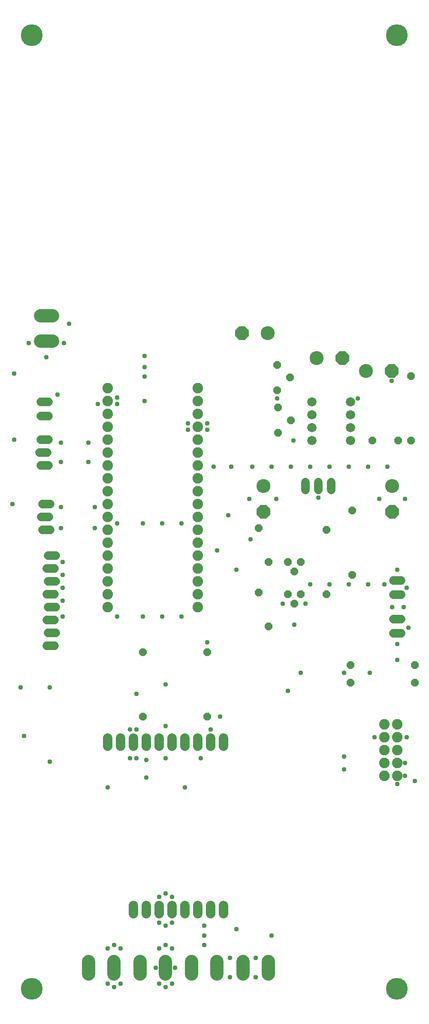
<source format=gbr>
G04 EAGLE Gerber RS-274X export*
G75*
%MOMM*%
%FSLAX34Y34*%
%LPD*%
%INSoldermask Top*%
%IPPOS*%
%AMOC8*
5,1,8,0,0,1.08239X$1,22.5*%
G01*
%ADD10C,2.603200*%
%ADD11C,2.082800*%
%ADD12C,1.851700*%
%ADD13C,1.727200*%
%ADD14C,2.743200*%
%ADD15P,2.969212X8X292.500000*%
%ADD16P,1.649562X8X202.500000*%
%ADD17P,1.649562X8X292.500000*%
%ADD18P,1.649562X8X112.500000*%
%ADD19P,1.649562X8X22.500000*%
%ADD20C,1.828800*%
%ADD21P,2.969212X8X22.500000*%
%ADD22P,2.969212X8X202.500000*%
%ADD23C,4.303200*%
%ADD24C,0.959600*%


D10*
X476650Y89600D02*
X476650Y113600D01*
X526650Y113600D02*
X526650Y89600D01*
X375050Y89600D02*
X375050Y113600D01*
X425050Y113600D02*
X425050Y89600D01*
D11*
X209550Y1244600D03*
X209550Y1219200D03*
X209550Y1193800D03*
X209550Y1168400D03*
X209550Y1143000D03*
X209550Y1117600D03*
X209550Y1092200D03*
X209550Y1066800D03*
X209550Y1041400D03*
X209550Y1016000D03*
X209550Y990600D03*
X209550Y965200D03*
X387350Y965200D03*
X387350Y990600D03*
X387350Y1016000D03*
X387350Y1041400D03*
X387350Y1066800D03*
X387350Y1092200D03*
X387350Y1117600D03*
X387350Y1143000D03*
X387350Y1168400D03*
X387350Y1193800D03*
X387350Y1219200D03*
X387350Y1244600D03*
X209550Y939800D03*
X209550Y914400D03*
X209550Y889000D03*
X209550Y863600D03*
X209550Y838200D03*
X209550Y812800D03*
X387350Y812800D03*
X387350Y838200D03*
X387350Y863600D03*
X387350Y889000D03*
X387350Y914400D03*
X387350Y939800D03*
D12*
X438150Y554343D02*
X438150Y537858D01*
X412750Y537858D02*
X412750Y554343D01*
X387350Y554343D02*
X387350Y537858D01*
X361950Y537858D02*
X361950Y554343D01*
X336550Y554343D02*
X336550Y537858D01*
X311150Y537858D02*
X311150Y554343D01*
X285750Y554343D02*
X285750Y537858D01*
X260350Y537858D02*
X260350Y554343D01*
X234950Y554343D02*
X234950Y537858D01*
X209550Y537858D02*
X209550Y554343D01*
X260350Y224143D02*
X260350Y207658D01*
X285750Y207658D02*
X285750Y224143D01*
X311150Y224143D02*
X311150Y207658D01*
X336550Y207658D02*
X336550Y224143D01*
X361950Y224143D02*
X361950Y207658D01*
X387350Y207658D02*
X387350Y224143D01*
X412750Y224143D02*
X412750Y207658D01*
X438150Y207658D02*
X438150Y224143D01*
D10*
X273450Y113600D02*
X273450Y89600D01*
X323450Y89600D02*
X323450Y113600D01*
X171850Y113600D02*
X171850Y89600D01*
X221850Y89600D02*
X221850Y113600D01*
X100900Y1387075D02*
X76900Y1387075D01*
X76900Y1337075D02*
X100900Y1337075D01*
D13*
X773430Y836930D02*
X788670Y836930D01*
X788670Y864870D02*
X773430Y864870D01*
X773430Y760730D02*
X788670Y760730D01*
X788670Y788670D02*
X773430Y788670D01*
X93345Y1143000D02*
X78105Y1143000D01*
X75565Y1117600D02*
X90805Y1117600D01*
X93345Y1092200D02*
X78105Y1092200D01*
X81280Y1016000D02*
X96520Y1016000D01*
X93980Y990600D02*
X78740Y990600D01*
X81280Y965200D02*
X96520Y965200D01*
D11*
X755650Y581025D03*
X781050Y581025D03*
X755650Y555625D03*
X781050Y555625D03*
X755650Y530225D03*
X781050Y530225D03*
X755650Y504825D03*
X781050Y504825D03*
X755650Y479425D03*
X781050Y479425D03*
D13*
X600075Y1043305D02*
X600075Y1058545D01*
X625475Y1058545D02*
X625475Y1043305D01*
X650875Y1043305D02*
X650875Y1058545D01*
D14*
X517525Y1050925D03*
D15*
X517525Y1000125D03*
D14*
X771525Y1050925D03*
D15*
X771525Y1000125D03*
D16*
X565150Y901700D03*
X577850Y882650D03*
X590550Y901700D03*
D17*
X527050Y901700D03*
X527050Y774700D03*
D18*
X692150Y876300D03*
X692150Y1003300D03*
D16*
X565150Y838200D03*
X577850Y819150D03*
X590550Y838200D03*
D18*
X508000Y841375D03*
X508000Y968375D03*
X641350Y838200D03*
X641350Y965200D03*
D13*
X107315Y914400D02*
X92075Y914400D01*
X89535Y889000D02*
X104775Y889000D01*
X107315Y863600D02*
X92075Y863600D01*
X89535Y838200D02*
X104775Y838200D01*
X107315Y812800D02*
X92075Y812800D01*
X89535Y787400D02*
X104775Y787400D01*
X107315Y762000D02*
X92075Y762000D01*
X89535Y736600D02*
X104775Y736600D01*
D19*
X688975Y698500D03*
X815975Y698500D03*
X688975Y663575D03*
X815975Y663575D03*
D18*
X406400Y596900D03*
X406400Y723900D03*
D17*
X279400Y723900D03*
X279400Y596900D03*
D18*
X546100Y1206246D03*
X546100Y1155954D03*
X571500Y1181100D03*
X544513Y1290384D03*
X544513Y1240092D03*
X569913Y1265238D03*
D20*
X612775Y1217613D03*
X612775Y1192213D03*
X688975Y1192213D03*
X688975Y1217613D03*
X612775Y1166813D03*
X612775Y1141413D03*
X688975Y1166813D03*
X688975Y1141413D03*
D14*
X622300Y1303338D03*
D21*
X673100Y1303338D03*
D19*
X731838Y1141413D03*
X782638Y1141413D03*
D14*
X719138Y1277938D03*
D21*
X769938Y1277938D03*
D17*
X808038Y1268413D03*
X808038Y1141413D03*
D14*
X525463Y1352550D03*
D22*
X474663Y1352550D03*
D13*
X93345Y1189355D02*
X78105Y1189355D01*
X78105Y1217295D02*
X93345Y1217295D01*
D23*
X60000Y1940000D03*
X780000Y1940000D03*
X60000Y60000D03*
X780000Y60000D03*
D24*
X228600Y793750D03*
X254000Y571500D03*
X266700Y514350D03*
X266700Y571500D03*
X254000Y514350D03*
X209550Y139700D03*
X234950Y139700D03*
X209550Y69850D03*
X234950Y69850D03*
X222250Y63500D03*
X222250Y146050D03*
X311150Y139700D03*
X336550Y139700D03*
X311150Y69850D03*
X336550Y69850D03*
X323850Y146050D03*
X323850Y63500D03*
X304800Y101600D03*
X342900Y101600D03*
X311150Y241300D03*
X336550Y241300D03*
X323850Y247650D03*
X311150Y190500D03*
X323850Y184150D03*
X336550Y190500D03*
X190500Y1212850D03*
X228600Y1212850D03*
X228600Y1225550D03*
X368300Y1174750D03*
X368300Y1162050D03*
X406400Y1162050D03*
X406400Y1174750D03*
X488950Y1025525D03*
X542925Y1025525D03*
X746125Y1025525D03*
X796925Y1025525D03*
X533400Y1089025D03*
X625475Y1028700D03*
X111125Y1231900D03*
X25400Y1273175D03*
X317500Y793750D03*
X355600Y793750D03*
X171450Y1136650D03*
X171450Y1098550D03*
X184150Y968375D03*
X184150Y1009650D03*
X117475Y968375D03*
X117475Y1009650D03*
X117475Y1098550D03*
X117475Y1136650D03*
X25400Y1143000D03*
X22225Y1016000D03*
X279400Y793750D03*
X317500Y977900D03*
X355600Y977900D03*
X279400Y977900D03*
X228600Y977900D03*
X419100Y1089025D03*
X609600Y857250D03*
X647700Y857250D03*
X685800Y857250D03*
X723900Y857250D03*
X571500Y1089025D03*
X609600Y1089025D03*
X647700Y1089025D03*
X685800Y1089025D03*
X723900Y1089025D03*
X762000Y1089025D03*
X400050Y165100D03*
X400050Y184150D03*
X400050Y146050D03*
X450850Y120650D03*
X450850Y82550D03*
X501650Y120650D03*
X501650Y82550D03*
X463550Y177800D03*
X533400Y165100D03*
X323850Y577850D03*
X266700Y641350D03*
X393700Y514350D03*
X412750Y571500D03*
X323850Y660400D03*
X323850Y514350D03*
X285750Y476250D03*
X209550Y457200D03*
X361950Y457200D03*
X454025Y1089025D03*
X755650Y857250D03*
X781050Y739775D03*
X803275Y771525D03*
X781050Y885825D03*
X800100Y850900D03*
X771525Y812800D03*
X793750Y812800D03*
X38100Y654050D03*
X95250Y654050D03*
X495300Y1089025D03*
X95250Y508000D03*
X44450Y558800D03*
X88900Y1304925D03*
X120650Y901700D03*
X120650Y876300D03*
X120650Y850900D03*
X120650Y825500D03*
X120650Y793750D03*
X431800Y596900D03*
X406400Y742950D03*
X576263Y1141413D03*
X544513Y1223963D03*
X769938Y1258888D03*
X703263Y1223963D03*
X425450Y923925D03*
X463550Y885825D03*
X590550Y682625D03*
X800100Y555625D03*
X736600Y555625D03*
X796925Y504825D03*
X796925Y479425D03*
X781050Y463550D03*
X565150Y647700D03*
X676275Y517525D03*
X676275Y492125D03*
X555625Y819150D03*
X600075Y819150D03*
X577850Y777875D03*
X727075Y682625D03*
X781050Y708025D03*
X676275Y682625D03*
X282575Y1266825D03*
X282575Y1219200D03*
X282575Y1308100D03*
X123825Y1333500D03*
X53975Y1333500D03*
X133350Y1371600D03*
X447675Y993775D03*
X492125Y946150D03*
X282575Y1285875D03*
X815975Y469900D03*
X285750Y511175D03*
M02*

</source>
